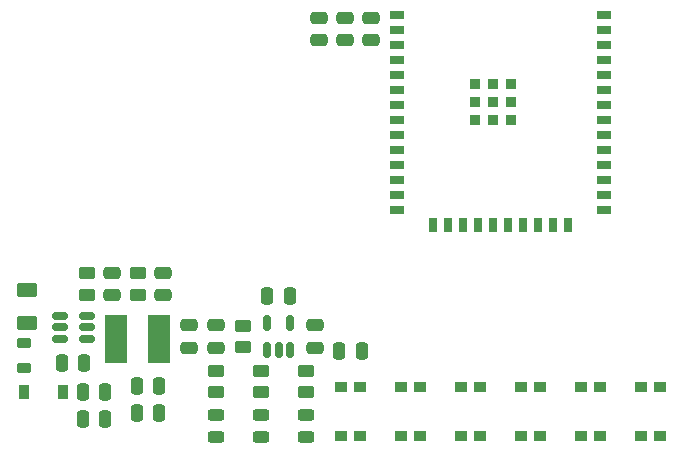
<source format=gbr>
%TF.GenerationSoftware,KiCad,Pcbnew,7.0.6-0*%
%TF.CreationDate,2023-08-15T02:22:11-05:00*%
%TF.ProjectId,kbxLEDController-16ch,6b62784c-4544-4436-9f6e-74726f6c6c65,rev?*%
%TF.SameCoordinates,Original*%
%TF.FileFunction,Paste,Top*%
%TF.FilePolarity,Positive*%
%FSLAX46Y46*%
G04 Gerber Fmt 4.6, Leading zero omitted, Abs format (unit mm)*
G04 Created by KiCad (PCBNEW 7.0.6-0) date 2023-08-15 02:22:11*
%MOMM*%
%LPD*%
G01*
G04 APERTURE LIST*
G04 Aperture macros list*
%AMRoundRect*
0 Rectangle with rounded corners*
0 $1 Rounding radius*
0 $2 $3 $4 $5 $6 $7 $8 $9 X,Y pos of 4 corners*
0 Add a 4 corners polygon primitive as box body*
4,1,4,$2,$3,$4,$5,$6,$7,$8,$9,$2,$3,0*
0 Add four circle primitives for the rounded corners*
1,1,$1+$1,$2,$3*
1,1,$1+$1,$4,$5*
1,1,$1+$1,$6,$7*
1,1,$1+$1,$8,$9*
0 Add four rect primitives between the rounded corners*
20,1,$1+$1,$2,$3,$4,$5,0*
20,1,$1+$1,$4,$5,$6,$7,0*
20,1,$1+$1,$6,$7,$8,$9,0*
20,1,$1+$1,$8,$9,$2,$3,0*%
G04 Aperture macros list end*
%ADD10RoundRect,0.250000X-0.450000X0.262500X-0.450000X-0.262500X0.450000X-0.262500X0.450000X0.262500X0*%
%ADD11RoundRect,0.243750X0.456250X-0.243750X0.456250X0.243750X-0.456250X0.243750X-0.456250X-0.243750X0*%
%ADD12R,1.000000X0.900000*%
%ADD13RoundRect,0.250000X0.250000X0.475000X-0.250000X0.475000X-0.250000X-0.475000X0.250000X-0.475000X0*%
%ADD14R,0.900000X1.200000*%
%ADD15R,1.200000X0.720000*%
%ADD16R,0.720000X1.200000*%
%ADD17R,0.840000X0.840000*%
%ADD18RoundRect,0.250000X-0.475000X0.250000X-0.475000X-0.250000X0.475000X-0.250000X0.475000X0.250000X0*%
%ADD19R,1.850000X4.100000*%
%ADD20RoundRect,0.250000X-0.625000X0.375000X-0.625000X-0.375000X0.625000X-0.375000X0.625000X0.375000X0*%
%ADD21RoundRect,0.218750X-0.381250X0.218750X-0.381250X-0.218750X0.381250X-0.218750X0.381250X0.218750X0*%
%ADD22RoundRect,0.150000X0.150000X-0.512500X0.150000X0.512500X-0.150000X0.512500X-0.150000X-0.512500X0*%
%ADD23RoundRect,0.250000X-0.250000X-0.475000X0.250000X-0.475000X0.250000X0.475000X-0.250000X0.475000X0*%
%ADD24RoundRect,0.150000X-0.512500X-0.150000X0.512500X-0.150000X0.512500X0.150000X-0.512500X0.150000X0*%
%ADD25RoundRect,0.250000X0.475000X-0.250000X0.475000X0.250000X-0.475000X0.250000X-0.475000X-0.250000X0*%
%ADD26RoundRect,0.250000X0.450000X-0.262500X0.450000X0.262500X-0.450000X0.262500X-0.450000X-0.262500X0*%
G04 APERTURE END LIST*
D10*
%TO.C,R1*%
X123825000Y-105132500D03*
X123825000Y-106957500D03*
%TD*%
%TO.C,R3*%
X131445000Y-105132500D03*
X131445000Y-106957500D03*
%TD*%
%TO.C,R2*%
X127635000Y-105132500D03*
X127635000Y-106957500D03*
%TD*%
D11*
%TO.C,D3*%
X131445000Y-110792500D03*
X131445000Y-108917500D03*
%TD*%
%TO.C,D2*%
X127635000Y-110792500D03*
X127635000Y-108917500D03*
%TD*%
%TO.C,D1*%
X123825000Y-110792500D03*
X123825000Y-108917500D03*
%TD*%
D12*
%TO.C,SW6*%
X156375000Y-106535000D03*
X156375000Y-110635000D03*
X154775000Y-106535000D03*
X154775000Y-110635000D03*
%TD*%
%TO.C,SW2*%
X141135000Y-106535000D03*
X141135000Y-110635000D03*
X139535000Y-106535000D03*
X139535000Y-110635000D03*
%TD*%
D13*
%TO.C,C16*%
X136205000Y-103505000D03*
X134305000Y-103505000D03*
%TD*%
D14*
%TO.C,D4*%
X110870000Y-106934000D03*
X107570000Y-106934000D03*
%TD*%
D12*
%TO.C,SW4*%
X146215000Y-106535000D03*
X146215000Y-110635000D03*
X144615000Y-106535000D03*
X144615000Y-110635000D03*
%TD*%
%TO.C,SW1*%
X136055000Y-106535000D03*
X136055000Y-110635000D03*
X134455000Y-106535000D03*
X134455000Y-110635000D03*
%TD*%
%TO.C,SW5*%
X161455000Y-106535000D03*
X161455000Y-110635000D03*
X159855000Y-106535000D03*
X159855000Y-110635000D03*
%TD*%
%TO.C,SW3*%
X151295000Y-106535000D03*
X151295000Y-110635000D03*
X149695000Y-106535000D03*
X149695000Y-110635000D03*
%TD*%
D15*
%TO.C,U1*%
X139205000Y-75057000D03*
X139205000Y-76327000D03*
X139205000Y-77597000D03*
X139205000Y-78867000D03*
X139205000Y-80137000D03*
X139205000Y-81407000D03*
X139205000Y-82677000D03*
X139205000Y-83947000D03*
X139205000Y-85217000D03*
X139205000Y-86487000D03*
X139205000Y-87757000D03*
X139205000Y-89027000D03*
X139205000Y-90297000D03*
X139205000Y-91567000D03*
D16*
X142245000Y-92817000D03*
X143515000Y-92817000D03*
X144785000Y-92817000D03*
X146055000Y-92817000D03*
X147325000Y-92817000D03*
X148595000Y-92817000D03*
X149865000Y-92817000D03*
X151135000Y-92817000D03*
X152405000Y-92817000D03*
X153675000Y-92817000D03*
D15*
X156705000Y-91567000D03*
X156705000Y-90297000D03*
X156705000Y-89027000D03*
X156705000Y-87757000D03*
X156705000Y-86487000D03*
X156705000Y-85217000D03*
X156705000Y-83947000D03*
X156705000Y-82677000D03*
X156705000Y-81407000D03*
X156705000Y-80137000D03*
X156705000Y-78867000D03*
X156705000Y-77597000D03*
X156705000Y-76327000D03*
X156705000Y-75057000D03*
D17*
X145750000Y-80872000D03*
X145750000Y-82397000D03*
X145750000Y-83922000D03*
X147275000Y-80872000D03*
X147275000Y-82397000D03*
X147275000Y-83922000D03*
X148800000Y-80872000D03*
X148800000Y-82397000D03*
X148800000Y-83922000D03*
%TD*%
D18*
%TO.C,C7*%
X115062000Y-96840000D03*
X115062000Y-98740000D03*
%TD*%
D13*
%TO.C,C5*%
X114488000Y-106934000D03*
X112588000Y-106934000D03*
%TD*%
D19*
%TO.C,L1*%
X115396000Y-102489000D03*
X119046000Y-102489000D03*
%TD*%
D18*
%TO.C,C3*%
X137000000Y-75250000D03*
X137000000Y-77150000D03*
%TD*%
%TO.C,C1*%
X132600000Y-75250000D03*
X132600000Y-77150000D03*
%TD*%
D20*
%TO.C,F1*%
X107823000Y-98295000D03*
X107823000Y-101095000D03*
%TD*%
D21*
%TO.C,FB1*%
X107569000Y-102823500D03*
X107569000Y-104948500D03*
%TD*%
D22*
%TO.C,U3*%
X128209000Y-103372500D03*
X129159000Y-103372500D03*
X130109000Y-103372500D03*
X130109000Y-101097500D03*
X128209000Y-101097500D03*
%TD*%
D10*
%TO.C,R4*%
X126111000Y-101322500D03*
X126111000Y-103147500D03*
%TD*%
D13*
%TO.C,C6*%
X112710000Y-104521000D03*
X110810000Y-104521000D03*
%TD*%
%TO.C,C4*%
X114488000Y-109220000D03*
X112588000Y-109220000D03*
%TD*%
D18*
%TO.C,C10*%
X121539000Y-101285000D03*
X121539000Y-103185000D03*
%TD*%
%TO.C,C11*%
X123825000Y-101285000D03*
X123825000Y-103185000D03*
%TD*%
D13*
%TO.C,C12*%
X130109000Y-98806000D03*
X128209000Y-98806000D03*
%TD*%
D23*
%TO.C,C9*%
X117160000Y-108712000D03*
X119060000Y-108712000D03*
%TD*%
%TO.C,C8*%
X117160000Y-106426000D03*
X119060000Y-106426000D03*
%TD*%
D24*
%TO.C,U2*%
X110622500Y-100523000D03*
X110622500Y-101473000D03*
X110622500Y-102423000D03*
X112897500Y-102423000D03*
X112897500Y-101473000D03*
X112897500Y-100523000D03*
%TD*%
D18*
%TO.C,C2*%
X134800000Y-75250000D03*
X134800000Y-77150000D03*
%TD*%
D25*
%TO.C,C15*%
X119380000Y-98740000D03*
X119380000Y-96840000D03*
%TD*%
D26*
%TO.C,R5*%
X117221000Y-98702500D03*
X117221000Y-96877500D03*
%TD*%
D18*
%TO.C,C13*%
X132207000Y-101285000D03*
X132207000Y-103185000D03*
%TD*%
D10*
%TO.C,R6*%
X112903000Y-96877500D03*
X112903000Y-98702500D03*
%TD*%
M02*

</source>
